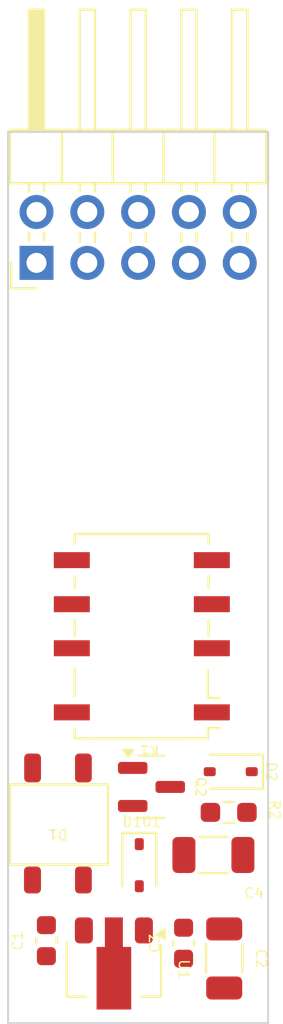
<source format=kicad_pcb>
(kicad_pcb (version 20240108) (generator "pcbnew") (generator_version "8.0")
  (layers (0 "F.Cu" signal) (31 "B.Cu" signal) (34 "B.Paste" user) (35 "F.Paste" user) (36 "B.SilkS" user "B.Silkscreen") (37 "F.SilkS" user "F.Silkscreen") (38 "B.Mask" user) (39 "F.Mask" user) (44 "Edge.Cuts" user))
  (net 0 "")
  (net 1 "VCC")
  (net 2 "GND")
  (net 3 "+12V")
  (net 4 "/DCC_A_OUT")
  (net 5 "/DCC_B_OUT")
  (net 6 "/DCC_B_IN")
  (net 7 "/DCC_A_IN")
  (net 8 "Net-(D2-A)")
  (net 9 "Net-(D101-K)")
  (net 10 "/SENSOR")
  (net 11 "Net-(Q2-B)")
  (footprint "Relay_SMD:Relay_DPDT_Omron_G6K-2F-Y" (layer "F.Cu") (at 146.685 59.182 180)
    (property "Reference" "K1" (at -0.381 -5.715 180) (layer "F.SilkS") (effects (font (size 0.5 0.5) (thickness 0.075))))
    (property "Value" "G6K-2F-Y-TR DC5")
    (fp_line (start 3.36 5.1) (end -3.34 5.1) (stroke (width 0.12)) (layer "F.SilkS"))
    (fp_line (start 3.36 4.6) (end 3.36 5.1) (stroke (width 0.12)) (layer "F.SilkS"))
    (fp_line (start 3.36 2.4) (end 3.36 3) (stroke (width 0.12)) (layer "F.SilkS"))
    (fp_line (start 3.36 0) (end 3.36 0.8) (stroke (width 0.12)) (layer "F.SilkS"))
    (fp_line (start 3.36 -3) (end 3.36 -1.6) (stroke (width 0.12)) (layer "F.SilkS"))
    (fp_line (start 3.36 -5.1) (end 3.36 -4.6) (stroke (width 0.12)) (layer "F.SilkS"))
    (fp_line (start -3.3 -1.69) (end -3.3 -3.09) (stroke (width 0.12)) (layer "F.SilkS"))
    (fp_line (start -3.3 -3.09) (end -3.9 -3.09) (stroke (width 0.12)) (layer "F.SilkS"))
    (fp_line (start -3.3 -4.59) (end -3.9 -4.59) (stroke (width 0.12)) (layer "F.SilkS"))
    (fp_line (start -3.3 -5.09) (end 3.36 -5.1) (stroke (width 0.12)) (layer "F.SilkS"))
    (fp_line (start -3.3 -5.09) (end -3.3 -4.59) (stroke (width 0.12)) (layer "F.SilkS"))
    (fp_line (start -3.34 5.1) (end -3.34 4.6) (stroke (width 0.12)) (layer "F.SilkS"))
    (fp_line (start -3.34 3) (end -3.34 2.4) (stroke (width 0.12)) (layer "F.SilkS"))
    (fp_line (start -3.34 0.8) (end -3.34 0) (stroke (width 0.12)) (layer "F.SilkS"))
    (pad "1" smd rect (at -3.5 -3.8 180) (size 1.8 0.8) (layers "F.Cu" "F.Paste" "F.Mask") (net 3 "+12V"))
    (pad "2" smd rect (at -3.5 -0.6 180) (size 1.8 0.8) (layers "F.Cu" "F.Paste" "F.Mask") (net 6 "/DCC_B_IN"))
    (pad "3" smd rect (at -3.5 1.6 180) (size 1.8 0.8) (layers "F.Cu" "F.Paste" "F.Mask") (net 5 "/DCC_B_OUT"))
    (pad "4" smd rect (at -3.5 3.8 180) (size 1.8 0.8) (layers "F.Cu" "F.Paste" "F.Mask") (net 7 "/DCC_A_IN"))
    (pad "5" smd rect (at 3.5 3.8 180) (size 1.8 0.8) (layers "F.Cu" "F.Paste" "F.Mask") (net 6 "/DCC_B_IN"))
    (pad "6" smd rect (at 3.5 1.6 180) (size 1.8 0.8) (layers "F.Cu" "F.Paste" "F.Mask") (net 4 "/DCC_A_OUT"))
    (pad "7" smd rect (at 3.5 -0.6 180) (size 1.8 0.8) (layers "F.Cu" "F.Paste" "F.Mask") (net 7 "/DCC_A_IN"))
    (pad "8" smd rect (at 3.5 -3.8 180) (size 1.8 0.8) (layers "F.Cu" "F.Paste" "F.Mask") (net 8 "Net-(D2-A)"))
  )
  (footprint "Capacitor_SMD:C_1206_3216Metric" (layer "F.Cu") (at 150.2645 70.104)
    (property "Reference" "C4" (at 2.032 1.905 0) (layer "F.SilkS") (effects (font (size 0.5 0.5) (thickness 0.075))))
    (property "Value" "22uF")
    (fp_line (start -0.711252 -0.91) (end 0.711252 -0.91) (stroke (width 0.12)) (layer "F.SilkS"))
    (fp_line (start -0.711252 0.91) (end 0.711252 0.91) (stroke (width 0.12)) (layer "F.SilkS"))
    (pad "1" smd roundrect (at -1.475 0) (size 1.15 1.8) (layers "F.Cu" "F.Paste" "F.Mask") (roundrect_rratio 0.217391) (net 9 "Net-(D101-K)"))
    (pad "2" smd roundrect (at 1.475 0) (size 1.15 1.8) (layers "F.Cu" "F.Paste" "F.Mask") (roundrect_rratio 0.217391) (net 2 "GND"))
  )
  (footprint "custom_kicad_lib_sk:MB10s" (layer "F.Cu") (at 142.494 68.58 180)
    (property "Reference" "D1" (at 0 -0.5 180) (layer "F.SilkS") (effects (font (size 0.5 0.5) (thickness 0.075))))
    (property "Value" "MB10S")
    (fp_rect (start -2.5 -2) (end 2.4 2) (stroke (width 0.12)) (fill none) (layer "F.SilkS"))
    (pad "1" smd roundrect (at 1.275 -2.7715 90) (size 1.343 0.85) (layers "F.Cu" "F.Paste" "F.Mask") (net 1 "VCC"))
    (pad "2" smd roundrect (at -1.27 -2.7715 90) (size 1.343 0.84) (layers "F.Cu" "F.Paste" "F.Mask") (net 2 "GND"))
    (pad "3" smd roundrect (at -1.27 2.8215 90) (size 1.443 0.84) (layers "F.Cu" "F.Paste" "F.Mask") (net 6 "/DCC_B_IN"))
    (pad "4" smd roundrect (at 1.27 2.8215 90) (size 1.443 0.84) (layers "F.Cu" "F.Paste" "F.Mask") (net 7 "/DCC_A_IN"))
  )
  (footprint "Capacitor_SMD:C_1206_3216Metric" (layer "F.Cu") (at 150.804 75.27 -90)
    (property "Reference" "C2" (at 0 -1.85 -90) (layer "F.SilkS") (effects (font (size 0.5 0.5) (thickness 0.075))))
    (property "Value" "22uF")
    (fp_line (start -0.711252 0.91) (end 0.711252 0.91) (stroke (width 0.12)) (layer "F.SilkS"))
    (fp_line (start -0.711252 -0.91) (end 0.711252 -0.91) (stroke (width 0.12)) (layer "F.SilkS"))
    (pad "1" smd roundrect (at -1.475 0 270) (size 1.15 1.8) (layers "F.Cu" "F.Paste" "F.Mask") (roundrect_rratio 0.217391) (net 3 "+12V"))
    (pad "2" smd roundrect (at 1.475 0 270) (size 1.15 1.8) (layers "F.Cu" "F.Paste" "F.Mask") (roundrect_rratio 0.217391) (net 2 "GND"))
  )
  (footprint "Diode_SMD:D_SOD-323" (layer "F.Cu") (at 151.13 65.944 180)
    (property "Reference" "D2" (at -2.032 0 -90) (layer "F.SilkS") (effects (font (size 0.5 0.5) (thickness 0.075))))
    (property "Value" "1N4148WS")
    (fp_line (start -1.61 0.85) (end 1.05 0.85) (stroke (width 0.12)) (layer "F.SilkS"))
    (fp_line (start -1.61 -0.85) (end 1.05 -0.85) (stroke (width 0.12)) (layer "F.SilkS"))
    (fp_line (start -1.61 -0.85) (end -1.61 0.85) (stroke (width 0.12)) (layer "F.SilkS"))
    (pad "1" smd roundrect (at -1.05 0 180) (size 0.6 0.45) (layers "F.Cu" "F.Paste" "F.Mask") (net 3 "+12V"))
    (pad "2" smd roundrect (at 1.05 0 180) (size 0.6 0.45) (layers "F.Cu" "F.Paste" "F.Mask") (net 8 "Net-(D2-A)"))
  )
  (footprint "Diode_SMD:D_SOD-323" (layer "F.Cu") (at 146.558 70.612 -90)
    (property "Reference" "D101" (at -2.159 -0.127 0) (layer "F.SilkS") (effects (font (size 0.5 0.5) (thickness 0.075))))
    (property "Value" "1N4148WS")
    (fp_line (start -1.61 0.85) (end 1.05 0.85) (stroke (width 0.12)) (layer "F.SilkS"))
    (fp_line (start -1.61 -0.85) (end -1.61 0.85) (stroke (width 0.12)) (layer "F.SilkS"))
    (fp_line (start -1.61 -0.85) (end 1.05 -0.85) (stroke (width 0.12)) (layer "F.SilkS"))
    (pad "1" smd roundrect (at -1.05 0 270) (size 0.6 0.45) (layers "F.Cu" "F.Paste" "F.Mask") (net 9 "Net-(D101-K)"))
    (pad "2" smd roundrect (at 1.05 0 270) (size 0.6 0.45) (layers "F.Cu" "F.Paste" "F.Mask") (net 10 "/SENSOR"))
  )
  (footprint "Connector_PinHeader_2.54mm:PinHeader_2x05_P2.54mm_Horizontal" (layer "F.Cu") (at 141.42 40.54 90)
    (property "Reference" "J101" (hide yes))
    (property "Value" "Conn_02x05_Odd_Even")
    (fp_line (start 6.64 -1.33) (end 3.98 -1.33) (stroke (width 0.12)) (layer "F.SilkS"))
    (fp_line (start 3.98 -1.33) (end 3.98 11.49) (stroke (width 0.12)) (layer "F.SilkS"))
    (fp_line (start -1.27 -1.27) (end 0 -1.27) (stroke (width 0.12)) (layer "F.SilkS"))
    (fp_line (start 12.64 -0.38) (end 12.64 0.38) (stroke (width 0.12)) (layer "F.SilkS"))
    (fp_line (start 6.64 -0.38) (end 12.64 -0.38) (stroke (width 0.12)) (layer "F.SilkS"))
    (fp_line (start 3.582929 -0.38) (end 3.98 -0.38) (stroke (width 0.12)) (layer "F.SilkS"))
    (fp_line (start 1.11 -0.38) (end 1.497071 -0.38) (stroke (width 0.12)) (layer "F.SilkS"))
    (fp_line (start 6.64 -0.32) (end 12.64 -0.32) (stroke (width 0.12)) (layer "F.SilkS"))
    (fp_line (start 6.64 -0.2) (end 12.64 -0.2) (stroke (width 0.12)) (layer "F.SilkS"))
    (fp_line (start 6.64 -0.08) (end 12.64 -0.08) (stroke (width 0.12)) (layer "F.SilkS"))
    (fp_line (start -1.27 0) (end -1.27 -1.27) (stroke (width 0.12)) (layer "F.SilkS"))
    (fp_line (start 6.64 0.04) (end 12.64 0.04) (stroke (width 0.12)) (layer "F.SilkS"))
    (fp_line (start 6.64 0.16) (end 12.64 0.16) (stroke (width 0.12)) (layer "F.SilkS"))
    (fp_line (start 6.64 0.28) (end 12.64 0.28) (stroke (width 0.12)) (layer "F.SilkS"))
    (fp_line (start 12.64 0.38) (end 6.64 0.38) (stroke (width 0.12)) (layer "F.SilkS"))
    (fp_line (start 3.582929 0.38) (end 3.98 0.38) (stroke (width 0.12)) (layer "F.SilkS"))
    (fp_line (start 1.11 0.38) (end 1.497071 0.38) (stroke (width 0.12)) (layer "F.SilkS"))
    (fp_line (start 3.98 1.27) (end 6.64 1.27) (stroke (width 0.12)) (layer "F.SilkS"))
    (fp_line (start 12.64 2.16) (end 12.64 2.92) (stroke (width 0.12)) (layer "F.SilkS"))
    (fp_line (start 6.64 2.16) (end 12.64 2.16) (stroke (width 0.12)) (layer "F.SilkS"))
    (fp_line (start 3.582929 2.16) (end 3.98 2.16) (stroke (width 0.12)) (layer "F.SilkS"))
    (fp_line (start 1.042929 2.16) (end 1.497071 2.16) (stroke (width 0.12)) (layer "F.SilkS"))
    (fp_line (start 12.64 2.92) (end 6.64 2.92) (stroke (width 0.12)) (layer "F.SilkS"))
    (fp_line (start 3.582929 2.92) (end 3.98 2.92) (stroke (width 0.12)) (layer "F.SilkS"))
    (fp_line (start 1.042929 2.92) (end 1.497071 2.92) (stroke (width 0.12)) (layer "F.SilkS"))
    (fp_line (start 3.98 3.81) (end 6.64 3.81) (stroke (width 0.12)) (layer "F.SilkS"))
    (fp_line (start 12.64 4.7) (end 12.64 5.46) (stroke (width 0.12)) (layer "F.SilkS"))
    (fp_line (start 6.64 4.7) (end 12.64 4.7) (stroke (width 0.12)) (layer "F.SilkS"))
    (fp_line (start 3.582929 4.7) (end 3.98 4.7) (stroke (width 0.12)) (layer "F.SilkS"))
    (fp_line (start 1.042929 4.7) (end 1.497071 4.7) (stroke (width 0.12)) (layer "F.SilkS"))
    (fp_line (start 12.64 5.46) (end 6.64 5.46) (stroke (width 0.12)) (layer "F.SilkS"))
    (fp_line (start 3.582929 5.46) (end 3.98 5.46) (stroke (width 0.12)) (layer "F.SilkS"))
    (fp_line (start 1.042929 5.46) (end 1.497071 5.46) (stroke (width 0.12)) (layer "F.SilkS"))
    (fp_line (start 3.98 6.35) (end 6.64 6.35) (stroke (width 0.12)) (layer "F.SilkS"))
    (fp_line (start 12.64 7.24) (end 12.64 8) (stroke (width 0.12)) (layer "F.SilkS"))
    (fp_line (start 6.64 7.24) (end 12.64 7.24) (stroke (width 0.12)) (layer "F.SilkS"))
    (fp_line (start 3.582929 7.24) (end 3.98 7.24) (stroke (width 0.12)) (layer "F.SilkS"))
    (fp_line (start 1.042929 7.24) (end 1.497071 7.24) (stroke (width 0.12)) (layer "F.SilkS"))
    (fp_line (start 12.64 8) (end 6.64 8) (stroke (width 0.12)) (layer "F.SilkS"))
    (fp_line (start 3.582929 8) (end 3.98 8) (stroke (width 0.12)) (layer "F.SilkS"))
    (fp_line (start 1.042929 8) (end 1.497071 8) (stroke (width 0.12)) (layer "F.SilkS"))
    (fp_line (start 3.98 8.89) (end 6.64 8.89) (stroke (width 0.12)) (layer "F.SilkS"))
    (fp_line (start 12.64 9.78) (end 12.64 10.54) (stroke (width 0.12)) (layer "F.SilkS"))
    (fp_line (start 6.64 9.78) (end 12.64 9.78) (stroke (width 0.12)) (layer "F.SilkS"))
    (fp_line (start 3.582929 9.78) (end 3.98 9.78) (stroke (width 0.12)) (layer "F.SilkS"))
    (fp_line (start 1.042929 9.78) (end 1.497071 9.78) (stroke (width 0.12)) (layer "F.SilkS"))
    (fp_line (start 12.64 10.54) (end 6.64 10.54) (stroke (width 0.12)) (layer "F.SilkS"))
    (fp_line (start 3.582929 10.54) (end 3.98 10.54) (stroke (width 0.12)) (layer "F.SilkS"))
    (fp_line (start 1.042929 10.54) (end 1.497071 10.54) (stroke (width 0.12)) (layer "F.SilkS"))
    (fp_line (start 6.64 11.49) (end 6.64 -1.33) (stroke (width 0.12)) (layer "F.SilkS"))
    (fp_line (start 3.98 11.49) (end 6.64 11.49) (stroke (width 0.12)) (layer "F.SilkS"))
    (pad "1" thru_hole rect (at 0 0 90) (size 1.7 1.7) (drill 1) (layers "*.Cu" "*.Mask") (net 7 "/DCC_A_IN"))
    (pad "2" thru_hole oval (at 2.54 0 90) (size 1.7 1.7) (drill 1) (layers "*.Cu" "*.Mask") (net 4 "/DCC_A_OUT"))
    (pad "3" thru_hole oval (at 0 2.54 90) (size 1.7 1.7) (drill 1) (layers "*.Cu" "*.Mask") (net 10 "/SENSOR"))
    (pad "4" thru_hole oval (at 2.54 2.54 90) (size 1.7 1.7) (drill 1) (layers "*.Cu" "*.Mask") (net 2 "GND"))
    (pad "5" thru_hole oval (at 0 5.08 90) (size 1.7 1.7) (drill 1) (layers "*.Cu" "*.Mask") (net 3 "+12V"))
    (pad "6" thru_hole oval (at 2.54 5.08 90) (size 1.7 1.7) (drill 1) (layers "*.Cu" "*.Mask") (net 3 "+12V"))
    (pad "7" thru_hole oval (at 0 7.62 90) (size 1.7 1.7) (drill 1) (layers "*.Cu" "*.Mask") (net 2 "GND"))
    (pad "8" thru_hole oval (at 2.54 7.62 90) (size 1.7 1.7) (drill 1) (layers "*.Cu" "*.Mask") (net 10 "/SENSOR"))
    (pad "9" thru_hole oval (at 0 10.16 90) (size 1.7 1.7) (drill 1) (layers "*.Cu" "*.Mask") (net 6 "/DCC_B_IN"))
    (pad "10" thru_hole oval (at 2.54 10.16 90) (size 1.7 1.7) (drill 1) (layers "*.Cu" "*.Mask") (net 5 "/DCC_B_OUT"))
  )
  (footprint "Capacitor_SMD:C_0603_1608Metric" (layer "F.Cu") (at 148.772 74.508 90)
    (property "Reference" "C3" (at 0 -1.43 90) (layer "F.SilkS") (effects (font (size 0.5 0.5) (thickness 0.075))))
    (property "Value" "100nF")
    (fp_line (start -0.14058 -0.51) (end 0.14058 -0.51) (stroke (width 0.12)) (layer "F.SilkS"))
    (fp_line (start -0.14058 0.51) (end 0.14058 0.51) (stroke (width 0.12)) (layer "F.SilkS"))
    (pad "1" smd roundrect (at -0.775 0 90) (size 0.9 0.95) (layers "F.Cu" "F.Paste" "F.Mask") (net 2 "GND"))
    (pad "2" smd roundrect (at 0.775 0 90) (size 0.9 0.95) (layers "F.Cu" "F.Paste" "F.Mask") (net 3 "+12V"))
  )
  (footprint "Capacitor_SMD:C_0603_1608Metric" (layer "F.Cu") (at 141.914 74.381 90)
    (property "Reference" "C1" (at 0 -1.43 90) (layer "F.SilkS") (effects (font (size 0.5 0.5) (thickness 0.075))))
    (property "Value" "100nF")
    (fp_line (start -0.14058 -0.51) (end 0.14058 -0.51) (stroke (width 0.12)) (layer "F.SilkS"))
    (fp_line (start -0.14058 0.51) (end 0.14058 0.51) (stroke (width 0.12)) (layer "F.SilkS"))
    (pad "1" smd roundrect (at -0.775 0 90) (size 0.9 0.95) (layers "F.Cu" "F.Paste" "F.Mask") (net 2 "GND"))
    (pad "2" smd roundrect (at 0.775 0 90) (size 0.9 0.95) (layers "F.Cu" "F.Paste" "F.Mask") (net 1 "VCC"))
  )
  (footprint "Package_TO_SOT_SMD:SOT-23" (layer "F.Cu") (at 147.168 66.706)
    (property "Reference" "Q2" (at 2.4615 0 -90) (layer "F.SilkS") (effects (font (size 0.5 0.5) (thickness 0.075))))
    (property "Value" "NPN_TOR")
    (fp_line (start 0 -1.56) (end -0.65 -1.56) (stroke (width 0.12)) (layer "F.SilkS"))
    (fp_line (start 0 -1.56) (end 0.65 -1.56) (stroke (width 0.12)) (layer "F.SilkS"))
    (fp_line (start 0 1.56) (end -0.65 1.56) (stroke (width 0.12)) (layer "F.SilkS"))
    (fp_line (start 0 1.56) (end 0.65 1.56) (stroke (width 0.12)) (layer "F.SilkS"))
    (fp_poly (pts (xy -1.1625 -1.51) (xy -1.4025 -1.84) (xy -0.9225 -1.84) (xy -1.1625 -1.51)) (stroke (width 0.12)) (fill solid) (layer "F.SilkS"))
    (pad "1" smd roundrect (at -0.9375 -0.95) (size 1.475 0.6) (layers "F.Cu" "F.Paste" "F.Mask") (net 11 "Net-(Q2-B)"))
    (pad "2" smd roundrect (at -0.9375 0.95) (size 1.475 0.6) (layers "F.Cu" "F.Paste" "F.Mask") (net 2 "GND"))
    (pad "3" smd roundrect (at 0.9375 0) (size 1.475 0.6) (layers "F.Cu" "F.Paste" "F.Mask") (net 8 "Net-(D2-A)"))
  )
  (footprint "Package_TO_SOT_SMD:SOT-89-3" (layer "F.Cu") (at 145.288 75.819 -90)
    (property "Reference" "U1" (at 0 -3.5 -90) (layer "F.SilkS") (effects (font (size 0.5 0.5) (thickness 0.075))))
    (property "Value" "L78L12_SOT89")
    (fp_line (start 1.36 2.36) (end -1.36 2.36) (stroke (width 0.12)) (layer "F.SilkS"))
    (fp_line (start 1.36 1.38) (end 1.36 2.36) (stroke (width 0.12)) (layer "F.SilkS"))
    (fp_line (start 1.36 -1.38) (end 1.36 -2.36) (stroke (width 0.12)) (layer "F.SilkS"))
    (fp_line (start -1.22 -2.36) (end 1.36 -2.36) (stroke (width 0.12)) (layer "F.SilkS"))
    (fp_poly (pts (xy -1.77 -2.21) (xy -2.01 -2.54) (xy -1.53 -2.54) (xy -1.77 -2.21)) (stroke (width 0.12)) (fill solid) (layer "F.SilkS"))
    (pad "1" smd roundrect (at -1.95 -1.5 270) (size 1.3 0.9) (layers "F.Cu" "F.Paste" "F.Mask") (net 3 "+12V"))
    (pad "2" smd custom (at -1.8625 0 270) (size 1.475 0.9) (layers "F.Cu" "F.Paste" "F.Mask") (net 2 "GND") (options (clearance outline) (anchor rect)) (primitives (gr_poly (pts (xy 3.8625 0.8665) (xy 0.7375 0.8665) (xy 0.7375 -0.8665) (xy 3.8625 -0.8665)) (width 0) (fill yes))))
    (pad "3" smd roundrect (at -1.95 1.5 270) (size 1.3 0.9) (layers "F.Cu" "F.Paste" "F.Mask") (net 1 "VCC"))
  )
  (footprint "custom_kicad_lib_sk:R_0603_smalltext" (layer "F.Cu") (at 151.0265 67.976)
    (property "Reference" "R2" (at 2.3095 -0.127 -90) (layer "F.SilkS") (effects (font (size 0.5 0.5) (thickness 0.075))))
    (property "Value" "4k7")
    (fp_line (start -0.254724 -0.5225) (end 0.254724 -0.5225) (stroke (width 0.12)) (layer "F.SilkS"))
    (fp_line (start -0.254724 0.5225) (end 0.254724 0.5225) (stroke (width 0.12)) (layer "F.SilkS"))
    (pad "1" smd roundrect (at -0.9125 0) (size 0.975 0.95) (layers "F.Cu" "F.Paste" "F.Mask") (net 11 "Net-(Q2-B)"))
    (pad "2" smd roundrect (at 0.9125 0) (size 0.975 0.95) (layers "F.Cu" "F.Paste" "F.Mask") (net 9 "Net-(D101-K)"))
  )
  (gr_rect (start 140 34) (end 153 78.5) (stroke (width 0.1)) (fill none) (layer "Edge.Cuts"))
)
</source>
